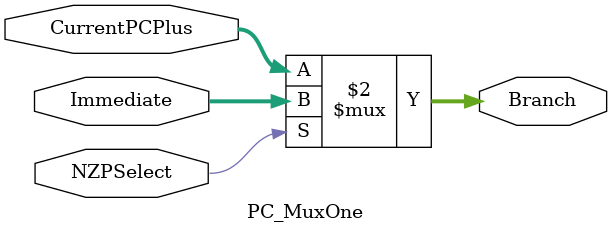
<source format=sv>
`timescale 1ns / 1ps


module PC_MuxOne#(
    parameter int PC_WIDTH = 8
)(
    input logic NZPSelect,
    input logic [PC_WIDTH-1:0] CurrentPCPlus,
    input logic [PC_WIDTH-1:0] Immediate,
    output logic [PC_WIDTH-1:0] Branch
);
    
    always_comb Branch = NZPSelect ? Immediate : CurrentPCPlus;
endmodule

</source>
